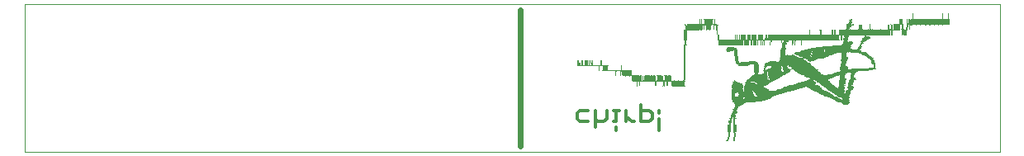
<source format=gbo>
G75*
G70*
%OFA0B0*%
%FSLAX24Y24*%
%IPPOS*%
%LPD*%
%AMOC8*
5,1,8,0,0,1.08239X$1,22.5*
%
%ADD10C,0.0000*%
%ADD11C,0.0240*%
%ADD12R,0.0029X0.0029*%
%ADD13R,0.0145X0.0029*%
%ADD14R,0.0116X0.0029*%
%ADD15R,0.0058X0.0029*%
%ADD16R,0.0087X0.0029*%
%ADD17R,0.0812X0.0029*%
%ADD18R,0.0725X0.0029*%
%ADD19R,0.0348X0.0029*%
%ADD20R,0.1566X0.0029*%
%ADD21R,0.1653X0.0029*%
%ADD22R,0.1711X0.0029*%
%ADD23R,0.1218X0.0029*%
%ADD24R,0.0203X0.0029*%
%ADD25R,0.0377X0.0029*%
%ADD26R,0.1740X0.0029*%
%ADD27R,0.0580X0.0029*%
%ADD28R,0.0174X0.0029*%
%ADD29R,0.0290X0.0029*%
%ADD30R,0.0087X0.0029*%
%ADD31R,0.0058X0.0029*%
%ADD32R,0.0261X0.0029*%
%ADD33R,0.0667X0.0029*%
%ADD34R,0.2436X0.0029*%
%ADD35R,0.0232X0.0029*%
%ADD36R,0.2059X0.0029*%
%ADD37R,0.0174X0.0029*%
%ADD38R,0.3770X0.0029*%
%ADD39R,0.1131X0.0029*%
%ADD40R,0.2871X0.0029*%
%ADD41R,0.0319X0.0029*%
%ADD42R,0.0261X0.0029*%
%ADD43R,0.4930X0.0029*%
%ADD44R,0.1015X0.0029*%
%ADD45R,0.0377X0.0029*%
%ADD46R,0.0406X0.0029*%
%ADD47R,0.0754X0.0029*%
%ADD48R,0.0986X0.0029*%
%ADD49R,0.1160X0.0029*%
%ADD50R,0.1392X0.0029*%
%ADD51R,0.1624X0.0029*%
%ADD52R,0.1798X0.0029*%
%ADD53R,0.0435X0.0029*%
%ADD54R,0.1421X0.0029*%
%ADD55R,0.0464X0.0029*%
%ADD56R,0.1450X0.0029*%
%ADD57R,0.0493X0.0029*%
%ADD58R,0.1479X0.0029*%
%ADD59R,0.0551X0.0029*%
%ADD60R,0.0899X0.0029*%
%ADD61R,0.0551X0.0029*%
%ADD62R,0.0464X0.0029*%
%ADD63R,0.0696X0.0029*%
%ADD64R,0.0638X0.0029*%
%ADD65R,0.0870X0.0029*%
%ADD66R,0.0841X0.0029*%
%ADD67R,0.0841X0.0029*%
%ADD68R,0.0928X0.0029*%
%ADD69R,0.0667X0.0029*%
%ADD70R,0.0957X0.0029*%
%ADD71R,0.1073X0.0029*%
%ADD72R,0.1131X0.0029*%
%ADD73R,0.1711X0.0029*%
%ADD74R,0.1856X0.0029*%
%ADD75R,0.1885X0.0029*%
%ADD76R,0.1247X0.0029*%
%ADD77R,0.0522X0.0029*%
%ADD78R,0.1305X0.0029*%
%ADD79R,0.1189X0.0029*%
%ADD80R,0.0928X0.0029*%
%ADD81R,0.0783X0.0029*%
%ADD82R,0.0609X0.0029*%
%ADD83R,0.1102X0.0029*%
%ADD84R,0.2117X0.0029*%
%ADD85R,0.1044X0.0029*%
%ADD86R,0.0754X0.0029*%
%ADD87R,0.1334X0.0029*%
%ADD88R,0.1044X0.0029*%
%ADD89R,0.0348X0.0029*%
%ADD90C,0.0120*%
D10*
X000151Y001048D02*
X000151Y007044D01*
X039521Y007044D01*
X039521Y001048D01*
X000151Y001048D01*
D11*
X020151Y001298D02*
X020151Y006798D01*
D12*
X026831Y006210D03*
X027440Y006239D03*
X027440Y006268D03*
X027440Y006297D03*
X027440Y006326D03*
X027440Y006355D03*
X027440Y006384D03*
X027498Y006384D03*
X027498Y006355D03*
X027498Y006326D03*
X027498Y006297D03*
X027498Y006268D03*
X027498Y006239D03*
X027527Y006152D03*
X027527Y006123D03*
X027527Y006094D03*
X027527Y006065D03*
X027527Y006036D03*
X027527Y006007D03*
X027585Y006007D03*
X027585Y006036D03*
X027585Y006065D03*
X027585Y006094D03*
X027585Y006123D03*
X027585Y006152D03*
X027991Y006152D03*
X027991Y006123D03*
X027991Y006094D03*
X027991Y006065D03*
X027991Y006036D03*
X027991Y006007D03*
X027846Y005978D03*
X027701Y005978D03*
X028136Y005949D03*
X028136Y005920D03*
X028136Y005891D03*
X028136Y005862D03*
X028136Y005833D03*
X028136Y005804D03*
X028861Y005775D03*
X028861Y005746D03*
X028861Y005717D03*
X028861Y005688D03*
X028861Y005659D03*
X028861Y005630D03*
X028861Y005601D03*
X028948Y005601D03*
X028948Y005630D03*
X028948Y005659D03*
X028948Y005688D03*
X028948Y005717D03*
X028948Y005746D03*
X028948Y005775D03*
X029035Y005775D03*
X029035Y005746D03*
X029035Y005717D03*
X029035Y005688D03*
X029035Y005659D03*
X029035Y005630D03*
X029035Y005601D03*
X029760Y005543D03*
X029760Y005514D03*
X029760Y005485D03*
X029760Y005456D03*
X029760Y005427D03*
X029760Y005398D03*
X029760Y005369D03*
X029905Y005369D03*
X029905Y005398D03*
X029905Y005427D03*
X029905Y005456D03*
X029905Y005485D03*
X029905Y005514D03*
X029905Y005543D03*
X029963Y005514D03*
X029963Y005485D03*
X029963Y005456D03*
X029963Y005427D03*
X029963Y005398D03*
X029963Y005369D03*
X030021Y005369D03*
X030021Y005398D03*
X030021Y005427D03*
X030021Y005456D03*
X030021Y005485D03*
X030021Y005514D03*
X030282Y005456D03*
X030282Y005427D03*
X030282Y005398D03*
X030282Y005369D03*
X030746Y005456D03*
X030746Y005485D03*
X030746Y005514D03*
X030746Y005543D03*
X031181Y005398D03*
X031181Y005369D03*
X031268Y005369D03*
X031268Y005398D03*
X031268Y005427D03*
X031268Y005456D03*
X031268Y005485D03*
X031268Y005514D03*
X031529Y005514D03*
X031529Y005485D03*
X031529Y005456D03*
X031529Y005427D03*
X031529Y005398D03*
X031529Y005369D03*
X031529Y005543D03*
X031877Y005804D03*
X031877Y005833D03*
X031877Y005862D03*
X031877Y005891D03*
X031877Y005920D03*
X031877Y005949D03*
X031877Y005978D03*
X032283Y005978D03*
X033124Y005746D03*
X033124Y005717D03*
X033124Y005688D03*
X033124Y005659D03*
X033124Y005630D03*
X033124Y005601D03*
X033124Y005572D03*
X033182Y005572D03*
X033182Y005601D03*
X033182Y005630D03*
X033182Y005659D03*
X033182Y005688D03*
X033182Y005717D03*
X033182Y005746D03*
X033501Y006007D03*
X034226Y006007D03*
X034284Y006036D03*
X034284Y006065D03*
X034284Y006094D03*
X034284Y006123D03*
X034284Y006152D03*
X034284Y006181D03*
X034284Y006210D03*
X034400Y006007D03*
X034748Y006007D03*
X035125Y006210D03*
X035792Y006268D03*
X035792Y006297D03*
X035792Y006326D03*
X035792Y006355D03*
X035792Y006384D03*
X035792Y006413D03*
X035850Y006413D03*
X036024Y006442D03*
X036024Y006471D03*
X036024Y006500D03*
X036024Y006529D03*
X036024Y006558D03*
X036024Y006587D03*
X036024Y006616D03*
X037242Y006616D03*
X037242Y006587D03*
X037242Y006558D03*
X037242Y006529D03*
X037242Y006500D03*
X037242Y006471D03*
X037242Y006442D03*
X037474Y006442D03*
X037474Y006471D03*
X037474Y006500D03*
X037474Y006529D03*
X037474Y006558D03*
X037474Y006587D03*
X037474Y006616D03*
X037242Y006181D03*
X037068Y006181D03*
X036894Y006181D03*
X036343Y006181D03*
X036169Y006181D03*
X035995Y006181D03*
X035908Y006152D03*
X035908Y006123D03*
X035908Y006094D03*
X035908Y006065D03*
X035908Y006036D03*
X035908Y006007D03*
X035589Y005775D03*
X033443Y005079D03*
X030978Y004963D03*
X029847Y004180D03*
X028832Y003919D03*
X026570Y003919D03*
X026396Y003919D03*
X025932Y003948D03*
X025932Y003977D03*
X025932Y004006D03*
X025932Y004035D03*
X025932Y004064D03*
X025932Y004093D03*
X026222Y004122D03*
X025120Y004093D03*
X025120Y004064D03*
X025120Y004035D03*
X025120Y004006D03*
X025120Y003977D03*
X025120Y003948D03*
X025004Y003861D03*
X025004Y003832D03*
X025004Y003803D03*
X025004Y003774D03*
X025004Y003745D03*
X025004Y003716D03*
X024888Y003716D03*
X024888Y003687D03*
X024888Y003745D03*
X024888Y003774D03*
X024888Y003803D03*
X024888Y003832D03*
X024888Y003861D03*
X024598Y004093D03*
X024424Y004093D03*
X024221Y004122D03*
X024221Y004151D03*
X024221Y004180D03*
X024221Y004209D03*
X024221Y004238D03*
X024221Y004267D03*
X024250Y004354D03*
X024250Y004383D03*
X024250Y004412D03*
X024250Y004441D03*
X024250Y004470D03*
X024250Y004499D03*
X024250Y004528D03*
X024018Y004267D03*
X024018Y004238D03*
X024018Y004209D03*
X024018Y004180D03*
X024018Y004151D03*
X024018Y004122D03*
X023351Y004325D03*
X023351Y004354D03*
X023351Y004383D03*
X023351Y004412D03*
X023351Y004441D03*
X023351Y004470D03*
X023351Y004499D03*
X022974Y004557D03*
X022974Y004586D03*
X022974Y004615D03*
X022974Y004644D03*
X022974Y004673D03*
X022974Y004702D03*
X022974Y004731D03*
X023032Y004731D03*
X023032Y004702D03*
X023032Y004673D03*
X023032Y004644D03*
X023090Y004644D03*
X023090Y004673D03*
X023090Y004702D03*
X023090Y004731D03*
X025932Y003687D03*
X025990Y003687D03*
X028020Y006239D03*
X028020Y006268D03*
X028020Y006297D03*
X028020Y006326D03*
X028020Y006355D03*
X028020Y006384D03*
X028020Y006413D03*
X027614Y006413D03*
X027498Y006413D03*
D13*
X027730Y006413D03*
X027585Y006181D03*
X030862Y005485D03*
X030804Y005369D03*
X030804Y005340D03*
X030804Y005311D03*
X030804Y005282D03*
X030804Y005253D03*
X028890Y004905D03*
X028571Y005108D03*
X030079Y004499D03*
X030050Y004267D03*
X030050Y004238D03*
X029702Y004238D03*
X029702Y004209D03*
X031877Y003948D03*
X033472Y003745D03*
X033472Y003716D03*
X033559Y004064D03*
X033559Y004093D03*
X033559Y004122D03*
X033588Y004180D03*
X033588Y004209D03*
X034342Y004789D03*
X034371Y004760D03*
X033298Y005514D03*
X033298Y005543D03*
X033327Y005659D03*
X033385Y006036D03*
X033907Y006036D03*
X033907Y006065D03*
X033907Y006094D03*
X033907Y006123D03*
X033907Y006152D03*
X033907Y006181D03*
X022829Y004731D03*
X022829Y004702D03*
X022829Y004673D03*
X022829Y004644D03*
X022829Y004615D03*
X022829Y004586D03*
X022829Y004557D03*
X028774Y003397D03*
X028774Y003368D03*
X028774Y003339D03*
X028774Y003310D03*
X029064Y003368D03*
X028890Y002875D03*
X028890Y002846D03*
X028861Y002817D03*
X028861Y002788D03*
X028832Y002730D03*
X028832Y002701D03*
X028803Y002614D03*
X028774Y002556D03*
D14*
X028673Y002411D03*
X028818Y002382D03*
X028644Y002295D03*
X028644Y002266D03*
X028644Y002237D03*
X028615Y002121D03*
X028615Y002092D03*
X028615Y002063D03*
X028615Y002034D03*
X028615Y002005D03*
X028615Y001976D03*
X028615Y001947D03*
X028615Y001918D03*
X028615Y001889D03*
X028615Y001860D03*
X028818Y001860D03*
X028818Y001889D03*
X028818Y001918D03*
X028818Y001947D03*
X028818Y001976D03*
X028818Y002005D03*
X028818Y002034D03*
X028818Y002063D03*
X028818Y002092D03*
X028818Y002121D03*
X026034Y004122D03*
X028934Y004673D03*
X028934Y004702D03*
X028905Y004731D03*
X028905Y004760D03*
X028905Y004789D03*
X028905Y004818D03*
X028905Y004847D03*
X028905Y004876D03*
X028876Y004934D03*
X028876Y004963D03*
X028876Y004992D03*
X028876Y005021D03*
X028876Y005050D03*
X028876Y005079D03*
X028876Y005108D03*
X028876Y005137D03*
X029630Y005369D03*
X029630Y005398D03*
X029630Y005427D03*
X029630Y005456D03*
X029630Y005485D03*
X029630Y005514D03*
X029630Y005543D03*
X029398Y005601D03*
X029398Y005630D03*
X029398Y005659D03*
X029398Y005688D03*
X029398Y005717D03*
X029398Y005746D03*
X029398Y005775D03*
X030094Y005630D03*
X030094Y005601D03*
X030848Y005456D03*
X033371Y006007D03*
X033400Y006065D03*
X033458Y006239D03*
X033487Y006268D03*
X033487Y006297D03*
X033516Y006355D03*
X035517Y006355D03*
X035517Y006326D03*
X035517Y006297D03*
X035517Y006268D03*
X035517Y006239D03*
X035517Y006384D03*
X035604Y006007D03*
X035691Y005775D03*
X034009Y005514D03*
X033980Y005485D03*
X033951Y005427D03*
X033893Y005311D03*
X033864Y005253D03*
X033864Y005224D03*
X033835Y005195D03*
X033516Y005485D03*
X034386Y004731D03*
X034415Y004702D03*
X034415Y004673D03*
X034415Y004644D03*
X034444Y004615D03*
X034444Y004586D03*
X033574Y004151D03*
X026817Y005369D03*
X026846Y005572D03*
X026846Y005601D03*
X026846Y005630D03*
X026846Y005659D03*
X026846Y005688D03*
X026846Y005717D03*
X026846Y005746D03*
X026846Y005775D03*
X026846Y005804D03*
X026846Y005833D03*
X026846Y005862D03*
X026846Y005891D03*
X026846Y005920D03*
X026846Y005949D03*
X027890Y006413D03*
X022525Y004615D03*
X022525Y004586D03*
X022525Y004557D03*
D15*
X024033Y004296D03*
X024236Y004296D03*
X025019Y004122D03*
X025483Y004122D03*
X025570Y004122D03*
X026150Y004122D03*
X026788Y004122D03*
X026788Y004093D03*
X026788Y004064D03*
X026788Y004035D03*
X026788Y004006D03*
X026788Y003977D03*
X026788Y003948D03*
X026788Y004151D03*
X026788Y004180D03*
X026788Y004209D03*
X026788Y004238D03*
X026788Y004267D03*
X026788Y004296D03*
X026788Y004325D03*
X026788Y004354D03*
X026788Y004383D03*
X026788Y004412D03*
X026788Y004441D03*
X026788Y004470D03*
X026788Y004499D03*
X026788Y004528D03*
X026788Y004557D03*
X026788Y004586D03*
X026788Y004615D03*
X026788Y004644D03*
X026788Y004673D03*
X026788Y004702D03*
X026788Y004731D03*
X026788Y004760D03*
X026788Y004789D03*
X026788Y004818D03*
X026788Y004847D03*
X026788Y004876D03*
X026788Y004905D03*
X026788Y004934D03*
X026788Y004963D03*
X026788Y004992D03*
X026788Y005021D03*
X026788Y005050D03*
X026788Y005079D03*
X026788Y005108D03*
X026788Y005137D03*
X026788Y005166D03*
X026788Y005195D03*
X026788Y005224D03*
X026788Y005253D03*
X026788Y005282D03*
X026788Y005311D03*
X026788Y005340D03*
X028151Y005601D03*
X028151Y005630D03*
X028151Y005659D03*
X028151Y005688D03*
X028151Y005717D03*
X028151Y005746D03*
X028151Y005775D03*
X027455Y005978D03*
X026846Y006152D03*
X026846Y006181D03*
X029485Y005514D03*
X029485Y005485D03*
X029485Y005456D03*
X029485Y005427D03*
X029485Y005398D03*
X029485Y005369D03*
X031283Y005543D03*
X032298Y005804D03*
X032298Y005833D03*
X032298Y005862D03*
X032298Y005891D03*
X032298Y005920D03*
X032298Y005949D03*
X033603Y006210D03*
X034299Y006007D03*
X035778Y006036D03*
X035778Y006065D03*
X035923Y006181D03*
X036706Y006181D03*
X035865Y006384D03*
X033545Y006413D03*
X033545Y005514D03*
X030036Y004441D03*
X025628Y003861D03*
X025628Y003832D03*
X025628Y003803D03*
X025628Y003774D03*
X025628Y003745D03*
X025628Y003716D03*
X028818Y001802D03*
X028818Y001773D03*
X028818Y001744D03*
X028818Y001715D03*
X028818Y001657D03*
X028586Y001657D03*
X028528Y001512D03*
X028789Y001512D03*
X028789Y001483D03*
X028789Y001541D03*
D16*
X028803Y001570D03*
X028803Y001599D03*
X028803Y001628D03*
X028832Y001686D03*
X028600Y001686D03*
X028600Y001715D03*
X028600Y001744D03*
X028600Y001773D03*
X028600Y001802D03*
X028600Y001831D03*
X028803Y001831D03*
X028571Y001628D03*
X028571Y001599D03*
X028542Y001541D03*
X028513Y001483D03*
X028803Y002150D03*
X028803Y002179D03*
X028803Y002208D03*
X028803Y002237D03*
X028803Y002266D03*
X028803Y002295D03*
X028803Y002324D03*
X028803Y002353D03*
X028803Y002411D03*
X028803Y002440D03*
X028687Y002440D03*
X028658Y002382D03*
X028658Y002353D03*
X028658Y002324D03*
X025961Y003716D03*
X025961Y003745D03*
X025961Y003774D03*
X025961Y003803D03*
X025961Y003832D03*
X025961Y003861D03*
X026773Y003919D03*
X028832Y003890D03*
X030021Y004354D03*
X030021Y004383D03*
X030021Y004412D03*
X030050Y004470D03*
X031877Y004702D03*
X034458Y004557D03*
X034458Y004528D03*
X034458Y004499D03*
X034458Y004470D03*
X033878Y005282D03*
X033907Y005340D03*
X033907Y005369D03*
X033936Y005398D03*
X033965Y005456D03*
X034110Y005717D03*
X034110Y005746D03*
X035038Y006036D03*
X035038Y006065D03*
X035038Y006094D03*
X035038Y006123D03*
X035038Y006152D03*
X035038Y006181D03*
X035763Y006007D03*
X035792Y006094D03*
X035792Y006123D03*
X035792Y006152D03*
X035792Y006181D03*
X035531Y006413D03*
X033530Y006384D03*
X033501Y006326D03*
X032863Y005978D03*
X032863Y005949D03*
X032863Y005920D03*
X032863Y005891D03*
X032863Y005862D03*
X032863Y005833D03*
X032863Y005804D03*
X035183Y005804D03*
X035183Y005775D03*
X035183Y005833D03*
X035183Y005862D03*
X035183Y005891D03*
X035183Y005920D03*
X035183Y005949D03*
X030108Y005775D03*
X030108Y005746D03*
X030108Y005717D03*
X030108Y005688D03*
X030108Y005659D03*
X029992Y005543D03*
X028107Y005978D03*
X028107Y006007D03*
X028107Y006036D03*
X028107Y006065D03*
X028107Y006094D03*
X028107Y006123D03*
X028107Y006152D03*
X026831Y005543D03*
X026831Y005514D03*
X026831Y005485D03*
X026831Y005456D03*
X026831Y005427D03*
X026831Y005398D03*
X023438Y004731D03*
X023438Y004702D03*
X023438Y004673D03*
X023438Y004644D03*
X023438Y004615D03*
X023438Y004586D03*
X023438Y004557D03*
X023061Y004557D03*
X023061Y004586D03*
X023061Y004615D03*
X022655Y004615D03*
X022655Y004586D03*
X022655Y004557D03*
X022655Y004644D03*
X022655Y004673D03*
X022655Y004702D03*
X022655Y004731D03*
X022510Y004731D03*
X022510Y004702D03*
X022510Y004673D03*
X022510Y004644D03*
D17*
X028557Y005369D03*
X028557Y005398D03*
X028557Y005427D03*
X028557Y005456D03*
X028557Y005485D03*
X032037Y005166D03*
X036329Y006413D03*
X031689Y003803D03*
X030094Y003339D03*
X029630Y003716D03*
D18*
X030746Y003513D03*
X030862Y003542D03*
X032892Y003600D03*
X032921Y004151D03*
X030543Y004209D03*
X030340Y004325D03*
X029789Y004035D03*
X032283Y004934D03*
X037126Y006413D03*
D19*
X031718Y004876D03*
X031921Y004760D03*
X030384Y004006D03*
X029920Y003745D03*
X029369Y003513D03*
X029369Y003484D03*
X032733Y003281D03*
X032791Y003252D03*
X032820Y003223D03*
X033284Y003223D03*
X033284Y003020D03*
X027774Y006239D03*
X027774Y006268D03*
X027774Y006297D03*
X027774Y006326D03*
X027774Y006355D03*
X027774Y006384D03*
D20*
X036706Y006384D03*
D21*
X036662Y006355D03*
X036662Y006326D03*
X036662Y006297D03*
X036662Y006268D03*
D22*
X036633Y006239D03*
D23*
X027513Y006210D03*
X030239Y003426D03*
X029340Y003107D03*
D24*
X028919Y002904D03*
X029383Y003861D03*
X029702Y004296D03*
X029702Y004325D03*
X029702Y004354D03*
X029702Y004383D03*
X029702Y004412D03*
X029702Y004441D03*
X029702Y004470D03*
X029702Y004499D03*
X030862Y004470D03*
X033153Y004093D03*
X033153Y004064D03*
X033588Y004035D03*
X033530Y003890D03*
X033530Y003861D03*
X033501Y003832D03*
X033501Y003687D03*
X033443Y003542D03*
X033414Y003513D03*
X033414Y003484D03*
X033385Y003426D03*
X033211Y004528D03*
X033211Y004557D03*
X033211Y004586D03*
X034255Y004876D03*
X034284Y004847D03*
X034226Y004905D03*
X033240Y004905D03*
X033240Y005021D03*
X033240Y005050D03*
X030891Y005514D03*
X029615Y005601D03*
X029615Y005630D03*
X029615Y005659D03*
X029615Y005688D03*
X029615Y005717D03*
X029615Y005746D03*
X029615Y005775D03*
X027788Y006181D03*
X030775Y005166D03*
X030775Y005137D03*
X030775Y005108D03*
X030775Y005079D03*
X030775Y005050D03*
X033907Y006007D03*
X033443Y006123D03*
X033443Y006210D03*
X035096Y006007D03*
X035676Y005949D03*
X035676Y005920D03*
X035676Y005891D03*
X035676Y005862D03*
X035676Y005833D03*
X035676Y005804D03*
X025787Y004093D03*
X025787Y004064D03*
X025787Y004035D03*
X025787Y004006D03*
X025787Y003977D03*
X025787Y003948D03*
D25*
X024859Y003948D03*
X024859Y003977D03*
X024859Y004006D03*
X024859Y004035D03*
X024859Y004064D03*
X024859Y004093D03*
X029354Y003455D03*
X033269Y003252D03*
X035444Y006210D03*
D26*
X036619Y006210D03*
D27*
X032733Y005050D03*
X032211Y004876D03*
X031602Y004963D03*
X030964Y004934D03*
X030413Y004354D03*
X030471Y004122D03*
X031805Y003861D03*
X032298Y003948D03*
X030036Y003281D03*
X029282Y003397D03*
X029021Y003078D03*
X033168Y003136D03*
X027107Y005978D03*
X027194Y006152D03*
X027194Y006181D03*
D28*
X027774Y006152D03*
X027774Y006123D03*
X027774Y006094D03*
X027774Y006065D03*
X027774Y006036D03*
X027774Y006007D03*
X028064Y006181D03*
X029079Y005485D03*
X029079Y005456D03*
X029079Y005427D03*
X029079Y005398D03*
X029079Y005369D03*
X030790Y005224D03*
X030790Y005195D03*
X030819Y005398D03*
X030819Y005427D03*
X033284Y005485D03*
X033342Y005688D03*
X033342Y005717D03*
X033342Y005746D03*
X033429Y006094D03*
X029717Y004180D03*
X028847Y003861D03*
X028789Y003426D03*
X029050Y003426D03*
X029050Y003339D03*
X028789Y003281D03*
X028847Y002759D03*
X028789Y002585D03*
X028760Y002527D03*
X028760Y002498D03*
X033400Y003455D03*
X033487Y003774D03*
X033487Y003803D03*
D29*
X033197Y003948D03*
X033197Y003977D03*
X033197Y004006D03*
X030935Y004296D03*
X030935Y004325D03*
X030906Y004383D03*
X028905Y003832D03*
X026121Y003948D03*
X026121Y003977D03*
X026121Y004006D03*
X026121Y004035D03*
X026121Y004064D03*
X026121Y004093D03*
X028673Y005253D03*
X033255Y004789D03*
X034154Y005659D03*
X033487Y006181D03*
X035372Y006181D03*
X033313Y003194D03*
X033313Y003165D03*
X028963Y002933D03*
D30*
X028629Y002208D03*
X028629Y002179D03*
X028629Y002150D03*
X029499Y005543D03*
X035154Y006036D03*
X035154Y006065D03*
X035154Y006094D03*
X035154Y006123D03*
X035154Y006152D03*
X035154Y006181D03*
X035589Y006181D03*
X035589Y006152D03*
X035589Y006123D03*
X035589Y006094D03*
X035589Y006065D03*
X035589Y006036D03*
D31*
X036532Y006181D03*
X032762Y005978D03*
X032762Y005949D03*
X032762Y005920D03*
X032762Y005891D03*
X032762Y005862D03*
X032762Y005833D03*
X032762Y005804D03*
X031167Y005543D03*
X031167Y005514D03*
X031167Y005485D03*
X031167Y005456D03*
X031167Y005427D03*
X030297Y005485D03*
X030297Y005514D03*
X030297Y005543D03*
X031167Y004963D03*
X026092Y003861D03*
X026092Y003832D03*
X026092Y003803D03*
X026092Y003774D03*
X026092Y003745D03*
X026092Y003716D03*
X028557Y001570D03*
D32*
X033124Y003629D03*
X033124Y003658D03*
X033501Y003658D03*
X033501Y003629D03*
X033182Y003890D03*
X033182Y003919D03*
X031877Y003919D03*
X030369Y003977D03*
X030891Y004412D03*
X030369Y004702D03*
X031906Y004731D03*
X033269Y004818D03*
X033269Y004847D03*
X033269Y004876D03*
X034052Y004992D03*
X034371Y004441D03*
X028629Y005137D03*
X033472Y006152D03*
X035357Y006152D03*
X035357Y006123D03*
X035357Y006094D03*
X035357Y006065D03*
X035357Y006036D03*
X035357Y006007D03*
D33*
X031587Y005050D03*
X032950Y004180D03*
X029905Y003513D03*
X030050Y003310D03*
X029296Y003310D03*
X033153Y003397D03*
X024627Y004122D03*
X027150Y006007D03*
X027150Y006036D03*
X027150Y006065D03*
X027150Y006094D03*
X027150Y006123D03*
D34*
X034270Y005978D03*
D35*
X035691Y005978D03*
X034154Y005688D03*
X034067Y005572D03*
X034183Y004934D03*
X033226Y004702D03*
X033226Y004673D03*
X033226Y004644D03*
X033226Y004615D03*
X033168Y004122D03*
X033168Y004035D03*
X033545Y003919D03*
X033574Y003948D03*
X033603Y004006D03*
X033139Y003774D03*
X033139Y003716D03*
X033139Y003687D03*
X033487Y003600D03*
X033487Y003571D03*
X030355Y003948D03*
X030007Y004180D03*
X030877Y004441D03*
X030848Y004499D03*
X029311Y005369D03*
X029311Y005398D03*
X029311Y005427D03*
X029311Y005456D03*
X029311Y005485D03*
X029311Y005514D03*
X029311Y005543D03*
X029862Y005601D03*
X029862Y005630D03*
X029862Y005659D03*
X029862Y005688D03*
X029862Y005717D03*
X029862Y005746D03*
X029862Y005775D03*
X030906Y005543D03*
X025309Y004122D03*
X023598Y004354D03*
X023598Y004383D03*
X023598Y004412D03*
X023598Y004441D03*
X023598Y004470D03*
X023598Y004499D03*
X028760Y002469D03*
D36*
X034081Y005804D03*
X034081Y005833D03*
X034081Y005862D03*
X034081Y005891D03*
X034081Y005920D03*
X034081Y005949D03*
D37*
X033313Y005630D03*
X033313Y005601D03*
X033313Y005572D03*
X034038Y005543D03*
X033226Y004992D03*
X033226Y004963D03*
X033226Y004934D03*
X034328Y004818D03*
X033603Y004238D03*
X030761Y004963D03*
X030761Y004992D03*
X030761Y005021D03*
X029688Y004557D03*
X029688Y004528D03*
X029688Y004267D03*
X030036Y004209D03*
X025773Y004122D03*
X028818Y002672D03*
X028818Y002643D03*
X033313Y002962D03*
X029166Y005601D03*
X029166Y005630D03*
X029166Y005659D03*
X029166Y005688D03*
X029166Y005717D03*
X029166Y005746D03*
X029166Y005775D03*
D38*
X032066Y005775D03*
D39*
X034545Y005775D03*
X032283Y004064D03*
D40*
X031616Y005601D03*
X031616Y005630D03*
X031616Y005659D03*
X031616Y005688D03*
X031616Y005717D03*
X031616Y005746D03*
D41*
X034139Y005630D03*
X033994Y005021D03*
X033240Y004470D03*
X033240Y004441D03*
X033240Y004412D03*
X033240Y004383D03*
X030920Y004354D03*
X032979Y003165D03*
X029499Y003078D03*
D42*
X033153Y003745D03*
X033153Y003803D03*
X033153Y003832D03*
X033153Y003861D03*
X033588Y003977D03*
X033240Y004499D03*
X033240Y004731D03*
X033240Y004760D03*
X034110Y004963D03*
X034110Y005601D03*
X029528Y004702D03*
X033298Y002991D03*
D43*
X030587Y005572D03*
D44*
X028658Y005543D03*
X028658Y005514D03*
X029702Y003542D03*
D45*
X028948Y003774D03*
X028948Y003803D03*
X029441Y003832D03*
X029180Y004528D03*
X028687Y005224D03*
X024482Y004296D03*
X024482Y004267D03*
X024482Y004238D03*
X024482Y004209D03*
X024482Y004180D03*
X024482Y004151D03*
X033356Y005398D03*
X033385Y005427D03*
X033385Y005456D03*
D46*
X033342Y005369D03*
X033922Y005050D03*
X030500Y004499D03*
X030500Y004470D03*
X031834Y003890D03*
X032588Y003339D03*
X032646Y003310D03*
X029456Y003803D03*
X028934Y003600D03*
X029369Y003426D03*
X028992Y002991D03*
X024874Y003919D03*
X028702Y005195D03*
D47*
X031022Y004876D03*
X033139Y005340D03*
X033429Y004296D03*
X031080Y003600D03*
X029775Y004006D03*
X030355Y004296D03*
D48*
X031515Y004499D03*
X031602Y004412D03*
X031689Y004354D03*
X031138Y004760D03*
X032443Y005021D03*
X033023Y005311D03*
X029688Y003571D03*
D49*
X033661Y004325D03*
X032936Y005282D03*
D50*
X032791Y005253D03*
X032327Y004122D03*
D51*
X030964Y004673D03*
X032704Y005224D03*
D52*
X032675Y005195D03*
X030964Y004615D03*
D53*
X030485Y004441D03*
X030398Y004035D03*
X029934Y003774D03*
X029470Y003774D03*
X029470Y003745D03*
X028948Y003745D03*
X028948Y003716D03*
X028919Y003629D03*
X028919Y003571D03*
X028919Y003542D03*
X028919Y003513D03*
X028919Y003484D03*
X028919Y003455D03*
X029383Y003368D03*
X029383Y003339D03*
X032544Y003368D03*
X033240Y003281D03*
X033240Y003049D03*
X032718Y003629D03*
X032631Y003687D03*
X032602Y003716D03*
X034284Y004412D03*
X031674Y004905D03*
X032196Y005079D03*
X032196Y005108D03*
X031732Y005137D03*
X028716Y005166D03*
D54*
X033182Y005166D03*
D55*
X032211Y005137D03*
X025396Y004093D03*
X025396Y004064D03*
X025396Y004035D03*
X025396Y004006D03*
X025396Y003977D03*
X025396Y003948D03*
X029021Y003020D03*
D56*
X030326Y003484D03*
X033197Y005137D03*
D57*
X031703Y005108D03*
X031645Y004934D03*
X031935Y004789D03*
X030456Y004412D03*
X029209Y004557D03*
X030427Y004064D03*
X029963Y003803D03*
X032109Y003600D03*
X032138Y003571D03*
X032196Y003542D03*
X032254Y003513D03*
X032312Y003484D03*
X032370Y003455D03*
X032428Y003426D03*
X033008Y003426D03*
X033211Y003310D03*
X032486Y003803D03*
X032457Y003832D03*
D58*
X029441Y003165D03*
X033211Y005108D03*
D59*
X031645Y005079D03*
X033095Y004238D03*
X029963Y003832D03*
D60*
X031645Y003774D03*
X031877Y004209D03*
X032921Y005079D03*
D61*
X033762Y005079D03*
X029876Y004151D03*
X030456Y004093D03*
X032341Y003919D03*
X032979Y003484D03*
X026541Y003716D03*
X026541Y003745D03*
X026541Y003774D03*
X026541Y003803D03*
X026541Y003832D03*
X026541Y003861D03*
D62*
X028934Y003687D03*
X028934Y003658D03*
X028934Y003252D03*
X028934Y003223D03*
X028934Y003194D03*
X032472Y003397D03*
X032675Y003658D03*
X032559Y003745D03*
X032530Y003774D03*
X033197Y003078D03*
X032182Y005050D03*
D63*
X032269Y004905D03*
X031573Y005021D03*
X030993Y004905D03*
X030529Y004180D03*
X029804Y004064D03*
X032269Y003977D03*
X032907Y003571D03*
D64*
X032936Y003542D03*
X030500Y004151D03*
X029833Y004093D03*
X029978Y003861D03*
X029398Y004673D03*
X031573Y004992D03*
D65*
X032385Y004992D03*
X033980Y004383D03*
X031921Y004180D03*
X029340Y004586D03*
X029311Y004644D03*
D66*
X030601Y004267D03*
X031964Y004151D03*
X031239Y003658D03*
X029644Y003629D03*
X032341Y004963D03*
D67*
X031993Y004847D03*
X031065Y004847D03*
X029325Y004615D03*
X029760Y003948D03*
D68*
X031834Y004238D03*
X032298Y004035D03*
X031109Y004818D03*
D69*
X031964Y004818D03*
D70*
X031123Y004789D03*
X031471Y004528D03*
X031558Y004470D03*
X031587Y004441D03*
X031645Y004383D03*
X031703Y004325D03*
X031790Y004267D03*
X030485Y004528D03*
X029673Y003600D03*
X030137Y003368D03*
D71*
X030195Y003397D03*
X029760Y003223D03*
X031616Y003745D03*
X031152Y004731D03*
D72*
X031181Y004702D03*
D73*
X030949Y004644D03*
D74*
X030964Y004586D03*
D75*
X030978Y004557D03*
D76*
X032283Y004093D03*
X023090Y004528D03*
D77*
X025367Y003919D03*
X026556Y003687D03*
X029021Y003049D03*
X032066Y003629D03*
X032008Y003658D03*
X032385Y003890D03*
X032414Y003861D03*
X033023Y004209D03*
X030442Y004383D03*
X032994Y003455D03*
X033197Y003339D03*
X033168Y003107D03*
D78*
X031587Y003687D03*
X033733Y004354D03*
D79*
X031587Y003716D03*
X024076Y004325D03*
D80*
X031747Y004296D03*
D81*
X032283Y004006D03*
X033327Y004267D03*
X030572Y004238D03*
X029760Y003977D03*
X029615Y003687D03*
X029615Y003658D03*
X030949Y003571D03*
X031152Y003629D03*
D82*
X032950Y003513D03*
X033182Y003368D03*
X029847Y004122D03*
X025961Y003919D03*
D83*
X029746Y003252D03*
X029862Y003919D03*
D84*
X025758Y003890D03*
D85*
X029833Y003890D03*
D86*
X031718Y003832D03*
X029311Y003281D03*
D87*
X029398Y003136D03*
X030268Y003455D03*
D88*
X029717Y003194D03*
D89*
X028992Y002962D03*
X032907Y003194D03*
D90*
X025776Y002738D02*
X025776Y002625D01*
X025493Y002625D02*
X025380Y002738D01*
X025039Y002738D01*
X025039Y002965D02*
X025039Y002284D01*
X025380Y002284D01*
X025493Y002398D01*
X025493Y002625D01*
X025776Y002398D02*
X025776Y001944D01*
X024766Y002284D02*
X024652Y002284D01*
X024425Y002511D01*
X023651Y002398D02*
X023651Y002738D01*
X023934Y002738D02*
X024161Y002738D01*
X024048Y002738D02*
X024048Y002284D01*
X023934Y002284D01*
X023651Y002398D02*
X023538Y002284D01*
X023311Y002284D01*
X023198Y002398D01*
X022915Y002284D02*
X022575Y002284D01*
X022461Y002398D01*
X022461Y002625D01*
X022575Y002738D01*
X022915Y002738D01*
X023198Y002738D02*
X023198Y002058D01*
X024048Y002058D02*
X024048Y001944D01*
X024425Y002284D02*
X024425Y002738D01*
M02*

</source>
